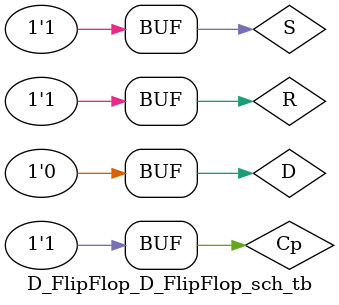
<source format=v>

`timescale 1ns / 1ps

module D_FlipFlop_D_FlipFlop_sch_tb();

// Inputs
   reg D;
   reg Cp;
   reg S;
   reg R;

// Output
   wire NotQ;
   wire Q;

// Bidirs

// Instantiate the UUT
   D_FlipFlop UUT (
		.D(D), 
		.Cp(Cp), 
		.S(S), 
		.R(R), 
		.NotQ(NotQ), 
		.Q(Q)
   );
// Initialize Inputs
//   `ifdef auto_init
      initial begin
		S <= 1;
		R <= 1;
		D = 0; #125;
		D = 1; #150;
		D = 0;
		end
		
		always begin
		Cp = 0; #50;
		Cp = 1; #50;
		end
//   `endif
endmodule

</source>
